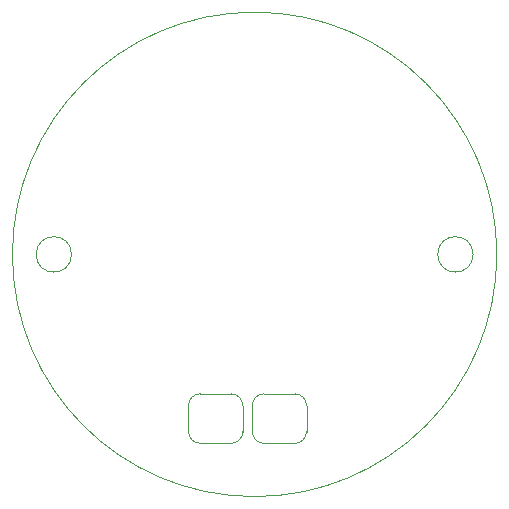
<source format=gm1>
%TF.GenerationSoftware,KiCad,Pcbnew,(5.1.9-0-10_14)*%
%TF.CreationDate,2024-01-23T16:21:58+01:00*%
%TF.ProjectId,mains-psu,6d61696e-732d-4707-9375-2e6b69636164,rev?*%
%TF.SameCoordinates,Original*%
%TF.FileFunction,Profile,NP*%
%FSLAX46Y46*%
G04 Gerber Fmt 4.6, Leading zero omitted, Abs format (unit mm)*
G04 Created by KiCad (PCBNEW (5.1.9-0-10_14)) date 2024-01-23 16:21:58*
%MOMM*%
%LPD*%
G01*
G04 APERTURE LIST*
%TA.AperFunction,Profile*%
%ADD10C,0.050000*%
%TD*%
%TA.AperFunction,Profile*%
%ADD11C,0.120000*%
%TD*%
G04 APERTURE END LIST*
D10*
X18500000Y0D02*
G75*
G03*
X18500000Y0I-1500000J0D01*
G01*
X-15500000Y0D02*
G75*
G03*
X-15500000Y0I-1500000J0D01*
G01*
X20506097Y0D02*
G75*
G03*
X20506097Y0I-20506097J0D01*
G01*
D11*
%TO.C,J2*%
X-5600000Y-12800000D02*
G75*
G02*
X-4600000Y-11800000I1000000J0D01*
G01*
X-4600000Y-16000000D02*
G75*
G02*
X-5600000Y-15000000I0J1000000D01*
G01*
X-2000000Y-11800000D02*
G75*
G02*
X-1000000Y-12800000I0J-1000000D01*
G01*
X-1000000Y-15000000D02*
G75*
G02*
X-2000000Y-16000000I-1000000J0D01*
G01*
X-5600000Y-12800000D02*
X-5600000Y-15000000D01*
X-2000000Y-11800000D02*
X-4600000Y-11800000D01*
X-1000000Y-15000000D02*
X-1000000Y-12800000D01*
X-4600000Y-16000000D02*
X-2000000Y-16000000D01*
%TO.C,J1*%
X4400000Y-15000000D02*
G75*
G02*
X3400000Y-16000000I-1000000J0D01*
G01*
X3400000Y-11800000D02*
G75*
G02*
X4400000Y-12800000I0J-1000000D01*
G01*
X800000Y-16000000D02*
G75*
G02*
X-200000Y-15000000I0J1000000D01*
G01*
X-200000Y-12800000D02*
G75*
G02*
X800000Y-11800000I1000000J0D01*
G01*
X4400000Y-15000000D02*
X4400000Y-12800000D01*
X800000Y-16000000D02*
X3400000Y-16000000D01*
X-200000Y-12800000D02*
X-200000Y-15000000D01*
X3400000Y-11800000D02*
X800000Y-11800000D01*
%TD*%
M02*

</source>
